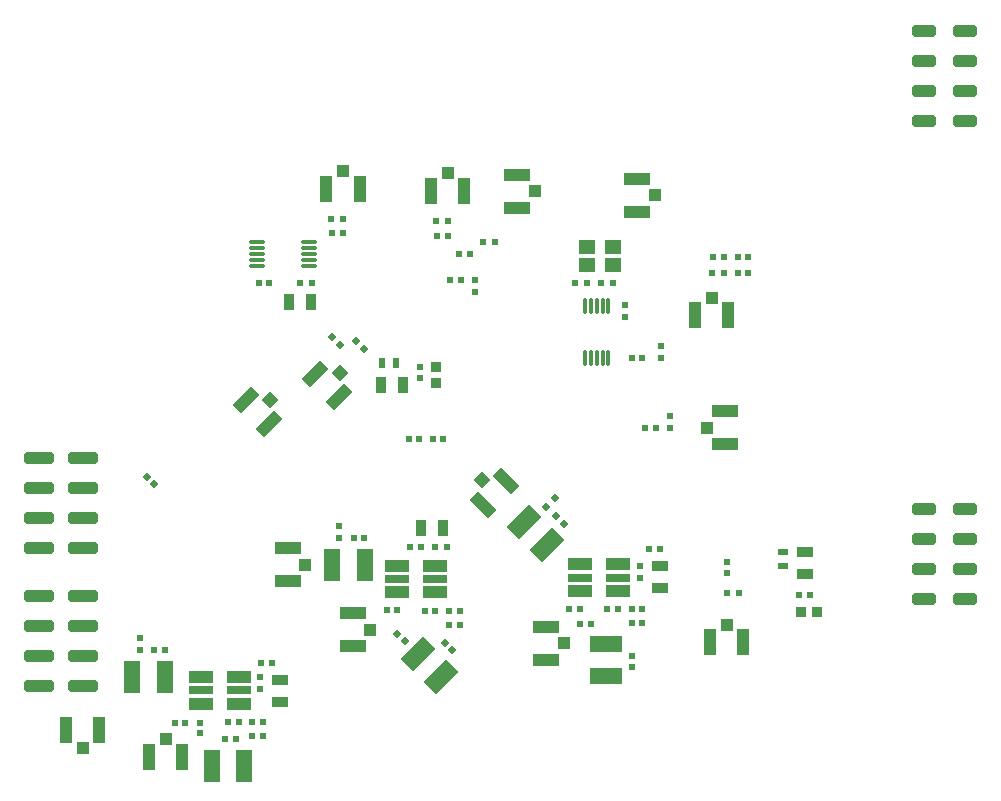
<source format=gtp>
G04*
G04 #@! TF.GenerationSoftware,Altium Limited,Altium Designer,23.0.1 (38)*
G04*
G04 Layer_Color=8421504*
%FSLAX43Y43*%
%MOMM*%
G71*
G04*
G04 #@! TF.SameCoordinates,7396F043-7EEE-4AB4-9329-D6416C11A689*
G04*
G04*
G04 #@! TF.FilePolarity,Positive*
G04*
G01*
G75*
%ADD15R,2.000X1.000*%
%ADD16R,2.000X0.650*%
%ADD17R,0.500X0.500*%
%ADD18R,0.950X1.400*%
%ADD19R,0.500X0.500*%
%ADD20R,1.450X2.700*%
%ADD21P,0.707X4X360.0*%
G04:AMPARAMS|DCode=22|XSize=2.7mm|YSize=1.45mm|CornerRadius=0mm|HoleSize=0mm|Usage=FLASHONLY|Rotation=45.000|XOffset=0mm|YOffset=0mm|HoleType=Round|Shape=Rectangle|*
%AMROTATEDRECTD22*
4,1,4,-0.442,-1.467,-1.467,-0.442,0.442,1.467,1.467,0.442,-0.442,-1.467,0.0*
%
%ADD22ROTATEDRECTD22*%

%ADD23P,0.707X4X270.0*%
%ADD24R,1.400X0.950*%
%ADD25R,2.700X1.450*%
G04:AMPARAMS|DCode=26|XSize=1mm|YSize=2mm|CornerRadius=0.25mm|HoleSize=0mm|Usage=FLASHONLY|Rotation=90.000|XOffset=0mm|YOffset=0mm|HoleType=Round|Shape=RoundedRectangle|*
%AMROUNDEDRECTD26*
21,1,1.000,1.500,0,0,90.0*
21,1,0.500,2.000,0,0,90.0*
1,1,0.500,0.750,0.250*
1,1,0.500,0.750,-0.250*
1,1,0.500,-0.750,-0.250*
1,1,0.500,-0.750,0.250*
%
%ADD26ROUNDEDRECTD26*%
%ADD27R,1.000X1.000*%
%ADD28R,1.050X2.200*%
%ADD29O,0.300X1.450*%
%ADD30R,1.400X1.200*%
%ADD31R,2.200X1.050*%
%ADD32R,1.000X1.000*%
G04:AMPARAMS|DCode=33|XSize=2.2mm|YSize=1.05mm|CornerRadius=0mm|HoleSize=0mm|Usage=FLASHONLY|Rotation=135.000|XOffset=0mm|YOffset=0mm|HoleType=Round|Shape=Rectangle|*
%AMROTATEDRECTD33*
4,1,4,1.149,-0.407,0.407,-1.149,-1.149,0.407,-0.407,1.149,1.149,-0.407,0.0*
%
%ADD33ROTATEDRECTD33*%

%ADD34P,1.414X4X360.0*%
%ADD35O,1.450X0.300*%
%ADD36P,1.414X4X270.0*%
G04:AMPARAMS|DCode=37|XSize=2.2mm|YSize=1.05mm|CornerRadius=0mm|HoleSize=0mm|Usage=FLASHONLY|Rotation=225.000|XOffset=0mm|YOffset=0mm|HoleType=Round|Shape=Rectangle|*
%AMROTATEDRECTD37*
4,1,4,0.407,1.149,1.149,0.407,-0.407,-1.149,-1.149,-0.407,0.407,1.149,0.0*
%
%ADD37ROTATEDRECTD37*%

G04:AMPARAMS|DCode=38|XSize=1mm|YSize=2.5mm|CornerRadius=0.25mm|HoleSize=0mm|Usage=FLASHONLY|Rotation=90.000|XOffset=0mm|YOffset=0mm|HoleType=Round|Shape=RoundedRectangle|*
%AMROUNDEDRECTD38*
21,1,1.000,2.000,0,0,90.0*
21,1,0.500,2.500,0,0,90.0*
1,1,0.500,1.000,0.250*
1,1,0.500,1.000,-0.250*
1,1,0.500,-1.000,-0.250*
1,1,0.500,-1.000,0.250*
%
%ADD38ROUNDEDRECTD38*%
%ADD39R,0.600X0.900*%
%ADD40R,0.900X0.900*%
%ADD41R,0.900X0.900*%
%ADD42R,0.900X0.600*%
D15*
X68166Y29047D02*
D03*
X64966Y26797D02*
D03*
X68166D02*
D03*
X64966Y29047D02*
D03*
X51575Y19600D02*
D03*
X48375Y17350D02*
D03*
X51575D02*
D03*
X48375Y19600D02*
D03*
X80450Y29150D02*
D03*
X83650Y26900D02*
D03*
X80450D02*
D03*
X83650Y29150D02*
D03*
D16*
X68166Y27922D02*
D03*
X64966D02*
D03*
X51575Y18475D02*
D03*
X48375D02*
D03*
X80450Y28025D02*
D03*
X83650D02*
D03*
D17*
X66075Y30600D02*
D03*
X66975D02*
D03*
X69175D02*
D03*
X68175D02*
D03*
X62200Y31350D02*
D03*
X61300D02*
D03*
X65000Y25250D02*
D03*
X64100D02*
D03*
X68200Y25225D02*
D03*
X67300D02*
D03*
X69375Y25225D02*
D03*
X70275D02*
D03*
X69375Y24000D02*
D03*
X70275D02*
D03*
X87200Y30450D02*
D03*
X86300D02*
D03*
X84825Y25350D02*
D03*
X85725D02*
D03*
X84825Y24150D02*
D03*
X85725D02*
D03*
X83650Y25375D02*
D03*
X82750D02*
D03*
X80450Y25350D02*
D03*
X79550D02*
D03*
X81400Y24125D02*
D03*
X80500D02*
D03*
X47050Y15750D02*
D03*
X46150D02*
D03*
X51575Y15825D02*
D03*
X50675D02*
D03*
X51300Y14350D02*
D03*
X50400D02*
D03*
X52725Y15825D02*
D03*
X53625D02*
D03*
X52725Y14625D02*
D03*
X53625D02*
D03*
X45304Y21875D02*
D03*
X44404D02*
D03*
X69475Y53225D02*
D03*
X70375D02*
D03*
X72238Y56455D02*
D03*
X73238D02*
D03*
X70225Y55400D02*
D03*
X71125D02*
D03*
X69250Y58217D02*
D03*
X68250D02*
D03*
X68350Y56950D02*
D03*
X69250D02*
D03*
X92900Y26725D02*
D03*
X93900D02*
D03*
X91635Y53775D02*
D03*
X92635D02*
D03*
X93819D02*
D03*
X94719D02*
D03*
X93825Y55125D02*
D03*
X94725D02*
D03*
X91750Y55125D02*
D03*
X92650D02*
D03*
X82224Y52930D02*
D03*
X83224D02*
D03*
X81024Y52930D02*
D03*
X80024D02*
D03*
X60400Y58403D02*
D03*
X59400D02*
D03*
X59500Y57201D02*
D03*
X60400D02*
D03*
X54150Y52925D02*
D03*
X53250D02*
D03*
X57750Y52975D02*
D03*
X56750D02*
D03*
X68900Y39725D02*
D03*
X68000D02*
D03*
X66850Y39725D02*
D03*
X65950D02*
D03*
X53450Y20800D02*
D03*
X54350D02*
D03*
X85750Y46600D02*
D03*
X84850D02*
D03*
X86875Y40700D02*
D03*
X85975D02*
D03*
X99975Y26550D02*
D03*
X98975D02*
D03*
D18*
X68825Y32250D02*
D03*
X66975D02*
D03*
X57700Y51325D02*
D03*
X55850D02*
D03*
X63625Y44350D02*
D03*
X65475D02*
D03*
D19*
X60100Y31350D02*
D03*
Y32350D02*
D03*
X85525Y28025D02*
D03*
Y29025D02*
D03*
X84900Y20475D02*
D03*
Y21375D02*
D03*
X48250Y14850D02*
D03*
Y15750D02*
D03*
X53400Y18575D02*
D03*
Y19575D02*
D03*
X43228Y21879D02*
D03*
Y22879D02*
D03*
X71600Y53225D02*
D03*
Y52225D02*
D03*
X92900Y29325D02*
D03*
Y28425D02*
D03*
X87300Y46600D02*
D03*
Y47600D02*
D03*
X84299Y50105D02*
D03*
Y51105D02*
D03*
X88088Y41700D02*
D03*
Y40700D02*
D03*
X66900Y44884D02*
D03*
Y45884D02*
D03*
D20*
X59475Y29075D02*
D03*
X62225Y29075D02*
D03*
X49300Y12075D02*
D03*
X52050D02*
D03*
X42575Y19625D02*
D03*
X45325D02*
D03*
D21*
X65620Y22652D02*
D03*
X64984Y23288D02*
D03*
X69633Y21856D02*
D03*
X68997Y22492D02*
D03*
X79082Y32571D02*
D03*
X78446Y33207D02*
D03*
X43800Y36575D02*
D03*
X44436Y35939D02*
D03*
X61525Y48022D02*
D03*
X62161Y47386D02*
D03*
X60128Y47730D02*
D03*
X59492Y48367D02*
D03*
D22*
X66787Y21520D02*
D03*
X68731Y19576D02*
D03*
X75705Y32695D02*
D03*
X77650Y30750D02*
D03*
D23*
X77615Y34038D02*
D03*
X78322Y34745D02*
D03*
D24*
X87200Y27150D02*
D03*
Y29000D02*
D03*
X55025Y17525D02*
D03*
Y19375D02*
D03*
X99504Y30217D02*
D03*
Y28367D02*
D03*
D25*
X82650Y22425D02*
D03*
Y19675D02*
D03*
D26*
X109602Y26190D02*
D03*
Y28730D02*
D03*
Y31270D02*
D03*
Y33810D02*
D03*
X113100D02*
D03*
Y31270D02*
D03*
Y28730D02*
D03*
Y26190D02*
D03*
Y71790D02*
D03*
Y74330D02*
D03*
Y66710D02*
D03*
Y69250D02*
D03*
X109602Y74330D02*
D03*
Y71790D02*
D03*
Y69250D02*
D03*
Y66710D02*
D03*
D27*
X91600Y51725D02*
D03*
X60400Y62425D02*
D03*
X92900Y24050D02*
D03*
X69250Y62250D02*
D03*
X45400Y14325D02*
D03*
X38349Y13613D02*
D03*
D28*
X93000Y50225D02*
D03*
X90200D02*
D03*
X61800Y60925D02*
D03*
X59000D02*
D03*
X91500Y22550D02*
D03*
X94300D02*
D03*
X67850Y60750D02*
D03*
X70650D02*
D03*
X44000Y12825D02*
D03*
X46800D02*
D03*
X36949Y15113D02*
D03*
X39749D02*
D03*
D29*
X80875Y46605D02*
D03*
X81375D02*
D03*
X81875D02*
D03*
X82375D02*
D03*
X82875D02*
D03*
X80875Y51005D02*
D03*
X81375D02*
D03*
X81875D02*
D03*
X82375D02*
D03*
X82875D02*
D03*
D30*
X83274Y56055D02*
D03*
X81074D02*
D03*
Y54455D02*
D03*
X83274D02*
D03*
D31*
X92700Y39300D02*
D03*
Y42100D02*
D03*
X85300Y61800D02*
D03*
Y59000D02*
D03*
X75150Y62150D02*
D03*
Y59350D02*
D03*
X77575Y23875D02*
D03*
Y21075D02*
D03*
X61225Y25025D02*
D03*
Y22225D02*
D03*
X55700Y30500D02*
D03*
Y27700D02*
D03*
D32*
X91200Y40700D02*
D03*
X86800Y60400D02*
D03*
X76650Y60750D02*
D03*
X79075Y22475D02*
D03*
X62725Y23625D02*
D03*
X57200Y29100D02*
D03*
D33*
X72223Y34197D02*
D03*
X74203Y36177D02*
D03*
D34*
X72152Y36248D02*
D03*
D35*
X57525Y54400D02*
D03*
Y54900D02*
D03*
Y55400D02*
D03*
Y55900D02*
D03*
Y56400D02*
D03*
X53125Y54400D02*
D03*
Y54900D02*
D03*
Y55400D02*
D03*
Y55900D02*
D03*
Y56400D02*
D03*
D36*
X54213Y43088D02*
D03*
X60113Y45338D02*
D03*
D37*
X54143Y41038D02*
D03*
X52163Y43018D02*
D03*
X60042Y43287D02*
D03*
X58062Y45267D02*
D03*
D38*
X38349Y26474D02*
D03*
Y23934D02*
D03*
Y21394D02*
D03*
Y18854D02*
D03*
X34651Y26474D02*
D03*
Y23934D02*
D03*
Y21394D02*
D03*
Y18854D02*
D03*
X38349Y38159D02*
D03*
Y35619D02*
D03*
Y33079D02*
D03*
Y30539D02*
D03*
X34651Y38159D02*
D03*
Y35619D02*
D03*
Y33079D02*
D03*
Y30539D02*
D03*
D39*
X64925Y46191D02*
D03*
X63725D02*
D03*
D40*
X99150Y25125D02*
D03*
X100550D02*
D03*
D41*
X68300Y45884D02*
D03*
Y44484D02*
D03*
D42*
X97691Y29017D02*
D03*
Y30217D02*
D03*
M02*

</source>
